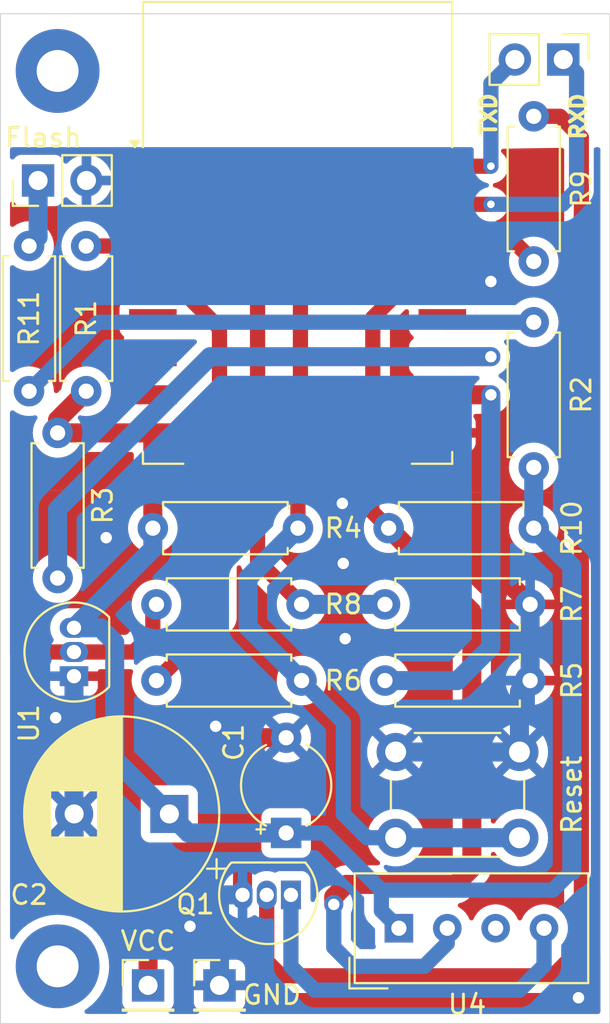
<source format=kicad_pcb>
(kicad_pcb (version 20240108) (generator "pcbnew") (generator_version "8.0")
  (title_block (title "ESP-12E battery powered temperature/humidity sensor V1") (date "2025-01-06"))
  (layers (0 "F.Cu" signal) (31 "B.Cu" signal) (34 "B.Paste" user) (35 "F.Paste" user) (36 "B.SilkS" user "B.Silkscreen") (37 "F.SilkS" user "F.Silkscreen") (38 "B.Mask" user) (39 "F.Mask" user) (44 "Edge.Cuts" user))
  (net 0 "")
  (net 1 "Net-(Q1-C)")
  (net 3 "Net-(U2-GPIO4)")
  (net 4 "Net-(U1-VO)")
  (net 5 "Net-(U2-EN)")
  (net 6 "Net-(U2-GPIO0)")
  (net 7 "Net-(U2-GPIO2)")
  (net 8 "Net-(U2-~{RST})")
  (net 9 "Net-(U2-GPIO15)")
  (net 10 "Net-(U2-GPIO16)")
  (net 11 "Net-(U2-ADC)")
  (net 12 "Net-(Q1-B)")
  (net 13 "Net-(U2-GPIO5)")
  (net 23 "GND")
  (net 24 "VCC")
  (net 25 "Net-(J1-Pin_1)")
  (net 26 "Net-(J6-Pin_1)")
  (net 27 "Net-(J6-Pin_2)")
  (footprint "Resistor_THT:R_Axial_DIN0207_L6.3mm_D2.5mm_P7.62mm_Horizontal" (layer "F.Cu") (at 151 98 180)
    (property "Reference" "R10" (at -2 0 90) (layer "F.SilkS"))
    (property "Value" "10k")
    (pad "1" thru_hole circle (at 0 0 180) (size 1.6 1.6) (drill 0.8) (layers "*.Cu" "*.Mask") (net 4 "Net-(U1-VO)"))
    (pad "2" thru_hole oval (at 7.62 0 180) (size 1.6 1.6) (drill 0.8) (layers "*.Cu" "*.Mask") (net 3 "Net-(U2-GPIO4)"))
  )
  (footprint "Capacitor_THT:CP_Radial_D10.0mm_P5.00mm" (layer "F.Cu") (at 131.867677 113 180)
    (property "Reference" "C2" (at 7.367677 -4.25 0) (layer "F.SilkS"))
    (property "Value" "1000uF")
    (pad "1" thru_hole rect (at 0 0 180) (size 2 2) (drill 1) (layers "*.Cu" "*.Mask") (net 4 "Net-(U1-VO)"))
    (pad "2" thru_hole circle (at 5 0 180) (size 2 2) (drill 1) (layers "*.Cu" "*.Mask") (net 23 "GND"))
  )
  (footprint "Package_TO_SOT_THT:TO-92_Inline" (layer "F.Cu") (at 126.86 105.77 90)
    (property "Reference" "U1" (at -2.48 -2.36 90) (layer "F.SilkS"))
    (property "Value" "MCP1700T-3302E TO")
    (pad "1" thru_hole rect (at 0 0 90) (size 1.05 1.5) (drill 0.75) (layers "*.Cu" "*.Mask") (net 23 "GND"))
    (pad "2" thru_hole oval (at 1.27 0 90) (size 1.05 1.5) (drill 0.75) (layers "*.Cu" "*.Mask") (net 24 "VCC"))
    (pad "3" thru_hole oval (at 2.54 0 90) (size 1.05 1.5) (drill 0.75) (layers "*.Cu" "*.Mask") (net 4 "Net-(U1-VO)"))
  )
  (footprint "Resistor_THT:R_Axial_DIN0207_L6.3mm_D2.5mm_P7.62mm_Horizontal" (layer "F.Cu") (at 151 94.81 90)
    (property "Reference" "R2" (at 3.81 2.5 90) (layer "F.SilkS"))
    (property "Value" "4k7")
    (pad "1" thru_hole circle (at 0 0 90) (size 1.6 1.6) (drill 0.8) (layers "*.Cu" "*.Mask") (net 4 "Net-(U1-VO)"))
    (pad "2" thru_hole oval (at 7.62 0 90) (size 1.6 1.6) (drill 0.8) (layers "*.Cu" "*.Mask") (net 6 "Net-(U2-GPIO0)"))
  )
  (footprint "Package_TO_SOT_THT:TO-92L_Inline" (layer "F.Cu") (at 138.25 117.25 180)
    (property "Reference" "Q1" (at 5.02 -0.5 0) (layer "F.SilkS"))
    (property "Value" "NPN C547C")
    (pad "1" thru_hole rect (at 0 0 180) (size 1.05 1.5) (drill 0.75) (layers "*.Cu" "*.Mask") (net 1 "Net-(Q1-C)"))
    (pad "2" thru_hole oval (at 1.27 0 180) (size 1.05 1.5) (drill 0.75) (layers "*.Cu" "*.Mask") (net 12 "Net-(Q1-B)"))
    (pad "3" thru_hole oval (at 2.54 0 180) (size 1.05 1.5) (drill 0.75) (layers "*.Cu" "*.Mask") (net 23 "GND"))
  )
  (footprint "Resistor_THT:R_Axial_DIN0207_L6.3mm_D2.5mm_P7.62mm_Horizontal" (layer "F.Cu") (at 143.19 106)
    (property "Reference" "R5" (at 9.81 0 90) (layer "F.SilkS"))
    (property "Value" "2k2")
    (pad "1" thru_hole circle (at 0 0) (size 1.6 1.6) (drill 0.8) (layers "*.Cu" "*.Mask") (net 9 "Net-(U2-GPIO15)"))
    (pad "2" thru_hole oval (at 7.62 0) (size 1.6 1.6) (drill 0.8) (layers "*.Cu" "*.Mask") (net 23 "GND"))
  )
  (footprint "Resistor_THT:R_Axial_DIN0207_L6.3mm_D2.5mm_P7.62mm_Horizontal" (layer "F.Cu") (at 131.19 102)
    (property "Reference" "R8" (at 9.81 0 0) (layer "F.SilkS"))
    (property "Value" "220k")
    (pad "1" thru_hole circle (at 0 0) (size 1.6 1.6) (drill 0.8) (layers "*.Cu" "*.Mask") (net 24 "VCC"))
    (pad "2" thru_hole oval (at 7.62 0) (size 1.6 1.6) (drill 0.8) (layers "*.Cu" "*.Mask") (net 11 "Net-(U2-ADC)"))
  )
  (footprint "MountingHole:MountingHole_2.2mm_M2_Pad" (layer "F.Cu") (at 126 74)
    (property "Reference" "REF**" (hide yes))
    (property "Value" "MountingHole_2.2mm_M2_Pad")
    (pad "1" thru_hole circle (at 0 0) (size 4.4 4.4) (drill 2.2) (layers "*.Cu" "*.Mask"))
  )
  (footprint "Resistor_THT:R_Axial_DIN0207_L6.3mm_D2.5mm_P7.62mm_Horizontal" (layer "F.Cu") (at 143.19 102)
    (property "Reference" "R7" (at 9.81 0 90) (layer "F.SilkS"))
    (property "Value" "68k")
    (pad "1" thru_hole circle (at 0 0) (size 1.6 1.6) (drill 0.8) (layers "*.Cu" "*.Mask") (net 11 "Net-(U2-ADC)"))
    (pad "2" thru_hole oval (at 7.62 0) (size 1.6 1.6) (drill 0.8) (layers "*.Cu" "*.Mask") (net 23 "GND"))
  )
  (footprint "Capacitor_THT:CP_Radial_Tantal_D4.5mm_P5.00mm" (layer "F.Cu") (at 138 114 90)
    (property "Reference" "C1" (at 4.75 -2.75 90) (layer "F.SilkS"))
    (property "Value" "100n")
    (pad "1" thru_hole rect (at 0 0 90) (size 1.6 1.6) (drill 0.8) (layers "*.Cu" "*.Mask") (net 4 "Net-(U1-VO)"))
    (pad "2" thru_hole circle (at 5 0 90) (size 1.6 1.6) (drill 0.8) (layers "*.Cu" "*.Mask") (net 23 "GND"))
  )
  (footprint "Resistor_THT:R_Axial_DIN0207_L6.3mm_D2.5mm_P7.62mm_Horizontal" (layer "F.Cu") (at 126 93 -90)
    (property "Reference" "R3" (at 3.81 -2.37 90) (layer "F.SilkS"))
    (property "Value" "4k7")
    (pad "1" thru_hole circle (at 0 0 270) (size 1.6 1.6) (drill 0.8) (layers "*.Cu" "*.Mask") (net 4 "Net-(U1-VO)"))
    (pad "2" thru_hole oval (at 7.62 0 270) (size 1.6 1.6) (drill 0.8) (layers "*.Cu" "*.Mask") (net 7 "Net-(U2-GPIO2)"))
  )
  (footprint "Resistor_THT:R_Axial_DIN0207_L6.3mm_D2.5mm_P7.62mm_Horizontal" (layer "F.Cu") (at 138.81 106 180)
    (property "Reference" "R6" (at -2.19 0 0) (layer "F.SilkS"))
    (property "Value" "150R")
    (pad "1" thru_hole circle (at 0 0 180) (size 1.6 1.6) (drill 0.8) (layers "*.Cu" "*.Mask") (net 8 "Net-(U2-~{RST})"))
    (pad "2" thru_hole oval (at 7.62 0 180) (size 1.6 1.6) (drill 0.8) (layers "*.Cu" "*.Mask") (net 10 "Net-(U2-GPIO16)"))
  )
  (footprint "Resistor_THT:R_Axial_DIN0207_L6.3mm_D2.5mm_P7.62mm_Horizontal" (layer "F.Cu") (at 127.5 90.81 90)
    (property "Reference" "R1" (at 3.81 0 90) (layer "F.SilkS"))
    (property "Value" "10k")
    (pad "1" thru_hole circle (at 0 0 90) (size 1.6 1.6) (drill 0.8) (layers "*.Cu" "*.Mask") (net 4 "Net-(U1-VO)"))
    (pad "2" thru_hole oval (at 7.62 0 90) (size 1.6 1.6) (drill 0.8) (layers "*.Cu" "*.Mask") (net 5 "Net-(U2-EN)"))
  )
  (footprint "Button_Switch_THT:SW_PUSH_6mm_H4.3mm" (layer "F.Cu") (at 143.75 109.75)
    (property "Reference" "Reset" (at 9.25 2.25 90) (layer "F.SilkS"))
    (property "Value" "Reset")
    (pad "1" thru_hole circle (at 0 0 90) (size 2 2) (drill 1.1) (layers "*.Cu" "*.Mask") (net 23 "GND"))
    (pad "1" thru_hole circle (at 6.5 0 90) (size 2 2) (drill 1.1) (layers "*.Cu" "*.Mask") (net 23 "GND"))
    (pad "2" thru_hole circle (at 0 4.5 90) (size 2 2) (drill 1.1) (layers "*.Cu" "*.Mask") (net 8 "Net-(U2-~{RST})"))
    (pad "2" thru_hole circle (at 6.5 4.5 90) (size 2 2) (drill 1.1) (layers "*.Cu" "*.Mask") (net 8 "Net-(U2-~{RST})"))
  )
  (footprint "Connector_PinHeader_2.54mm:PinHeader_1x02_P2.54mm_Vertical" (layer "F.Cu") (at 124.975 79.75 90)
    (property "Reference" "Flash" (at 2.25 0.275 0) (layer "F.SilkS"))
    (property "Value" "Close for Flash")
    (pad "1" thru_hole rect (at 0 0 90) (size 1.7 1.7) (drill 1) (layers "*.Cu" "*.Mask") (net 25 "Net-(J1-Pin_1)"))
    (pad "2" thru_hole oval (at 0 2.54 90) (size 1.7 1.7) (drill 1) (layers "*.Cu" "*.Mask") (net 23 "GND"))
  )
  (footprint "Resistor_THT:R_Axial_DIN0207_L6.3mm_D2.5mm_P7.62mm_Horizontal" (layer "F.Cu") (at 131 98)
    (property "Reference" "R4" (at 10 0 0) (layer "F.SilkS"))
    (property "Value" "4k7")
    (pad "1" thru_hole circle (at 0 0) (size 1.6 1.6) (drill 0.8) (layers "*.Cu" "*.Mask") (net 4 "Net-(U1-VO)"))
    (pad "2" thru_hole oval (at 7.62 0) (size 1.6 1.6) (drill 0.8) (layers "*.Cu" "*.Mask") (net 8 "Net-(U2-~{RST})"))
  )
  (footprint "Connector_PinHeader_2.54mm:PinHeader_1x01_P2.54mm_Vertical" (layer "F.Cu") (at 134.5 122)
    (property "Reference" "GND" (at 2.75 0.5 0) (layer "F.SilkS"))
    (property "Value" "GND")
    (pad "1" thru_hole rect (at 0 0) (size 1.7 1.7) (drill 1) (layers "*.Cu" "*.Mask") (net 23 "GND"))
  )
  (footprint "Sensor:Aosong_DHT11_5.5x12.0_P2.54mm" (layer "F.Cu") (at 143.92 119 90)
    (property "Reference" "U4" (at -4 3.58 0) (layer "F.SilkS"))
    (property "Value" "DHT11")
    (pad "1" thru_hole rect (at 0 0 90) (size 1.5 1.5) (drill 0.8) (layers "*.Cu" "*.Mask") (net 4 "Net-(U1-VO)"))
    (pad "2" thru_hole circle (at 0 2.54 90) (size 1.5 1.5) (drill 0.8) (layers "*.Cu" "*.Mask") (net 3 "Net-(U2-GPIO4)"))
    (pad "3" thru_hole circle (at 0 5.08 90) (size 1.5 1.5) (drill 0.8) (layers "*.Cu" "*.Mask"))
    (pad "4" thru_hole circle (at 0 7.62 90) (size 1.5 1.5) (drill 0.8) (layers "*.Cu" "*.Mask") (net 1 "Net-(Q1-C)"))
  )
  (footprint "MountingHole:MountingHole_2.2mm_M2_Pad" (layer "F.Cu") (at 126 121)
    (property "Reference" "REF**" (hide yes))
    (property "Value" "MountingHole_2.2mm_M2_Pad")
    (pad "1" thru_hole circle (at 0 0) (size 4.4 4.4) (drill 2.2) (layers "*.Cu" "*.Mask"))
  )
  (footprint "RF_Module:ESP-12E" (layer "F.Cu") (at 138.6 82.5)
    (property "Reference" "U2" (hide yes))
    (property "Value" "ESP-12E")
    (pad "1" smd rect (at -7.6 -3.5) (size 2.5 1) (layers "F.Cu" "F.Paste" "F.Mask") (net 8 "Net-(U2-~{RST})"))
    (pad "2" smd rect (at -7.6 -1.5) (size 2.5 1) (layers "F.Cu" "F.Paste" "F.Mask") (net 11 "Net-(U2-ADC)"))
    (pad "3" smd rect (at -7.6 0.5) (size 2.5 1) (layers "F.Cu" "F.Paste" "F.Mask") (net 5 "Net-(U2-EN)"))
    (pad "4" smd rect (at -7.6 2.5) (size 2.5 1) (layers "F.Cu" "F.Paste" "F.Mask") (net 10 "Net-(U2-GPIO16)"))
    (pad "5" smd rect (at -7.6 4.5) (size 2.5 1) (layers "F.Cu" "F.Paste" "F.Mask"))
    (pad "6" smd rect (at -7.6 6.5) (size 2.5 1) (layers "F.Cu" "F.Paste" "F.Mask"))
    (pad "7" smd rect (at -7.6 8.5) (size 2.5 1) (layers "F.Cu" "F.Paste" "F.Mask"))
    (pad "8" smd rect (at -7.6 10.5) (size 2.5 1) (layers "F.Cu" "F.Paste" "F.Mask") (net 4 "Net-(U1-VO)"))
    (pad "9" smd rect (at -5 12) (size 1 1.8) (layers "F.Cu" "F.Paste" "F.Mask"))
    (pad "10" smd rect (at -3 12) (size 1 1.8) (layers "F.Cu" "F.Paste" "F.Mask"))
    (pad "11" smd rect (at -1 12) (size 1 1.8) (layers "F.Cu" "F.Paste" "F.Mask"))
    (pad "12" smd rect (at 1 12) (size 1 1.8) (layers "F.Cu" "F.Paste" "F.Mask"))
    (pad "13" smd rect (at 3 12) (size 1 1.8) (layers "F.Cu" "F.Paste" "F.Mask"))
    (pad "14" smd rect (at 5 12) (size 1 1.8) (layers "F.Cu" "F.Paste" "F.Mask"))
    (pad "15" smd rect (at 7.6 10.5) (size 2.5 1) (layers "F.Cu" "F.Paste" "F.Mask") (net 23 "GND"))
    (pad "16" smd rect (at 7.6 8.5) (size 2.5 1) (layers "F.Cu" "F.Paste" "F.Mask") (net 9 "Net-(U2-GPIO15)"))
    (pad "17" smd rect (at 7.6 6.5) (size 2.5 1) (layers "F.Cu" "F.Paste" "F.Mask") (net 7 "Net-(U2-GPIO2)"))
    (pad "18" smd rect (at 7.6 4.5) (size 2.5 1) (layers "F.Cu" "F.Paste" "F.Mask") (net 6 "Net-(U2-GPIO0)"))
    (pad "19" smd rect (at 7.6 2.5) (size 2.5 1) (layers "F.Cu" "F.Paste" "F.Mask") (net 3 "Net-(U2-GPIO4)"))
    (pad "20" smd rect (at 7.6 0.5) (size 2.5 1) (layers "F.Cu" "F.Paste" "F.Mask") (net 13 "Net-(U2-GPIO5)"))
    (pad "21" smd rect (at 7.6 -1.5) (size 2.5 1) (layers "F.Cu" "F.Paste" "F.Mask") (net 26 "Net-(J6-Pin_1)"))
    (pad "22" smd rect (at 7.6 -3.5) (size 2.5 1) (layers "F.Cu" "F.Paste" "F.Mask") (net 27 "Net-(J6-Pin_2)"))
    (zone (net 0) (net_name "") (layers "*.Cu") (connect_pads (clearance 0)) (min_thickness 0.254)
      (keepout (tracks not_allowed) (vias not_allowed) (pads not_allowed) (copperpour not_allowed) (footprints not_allowed))
      (fill (thermal_gap 0.508) (thermal_bridge_width 0.508))
      (polygon (pts (xy 130.48 77.7) (xy 146.72 77.7) (xy 146.72 70.38) (xy 130.48 70.38)))
    )
  )
  (footprint "Resistor_THT:R_Axial_DIN0207_L6.3mm_D2.5mm_P7.62mm_Horizontal" (layer "F.Cu") (at 151 84 90)
    (property "Reference" "R9" (at 3.81 2.5 90) (layer "F.SilkS"))
    (property "Value" "10k")
    (pad "1" thru_hole circle (at 0 0 90) (size 1.6 1.6) (drill 0.8) (layers "*.Cu" "*.Mask") (net 13 "Net-(U2-GPIO5)"))
    (pad "2" thru_hole oval (at 7.62 0 90) (size 1.6 1.6) (drill 0.8) (layers "*.Cu" "*.Mask") (net 12 "Net-(Q1-B)"))
  )
  (footprint "Connector_PinHeader_2.54mm:PinHeader_1x02_P2.54mm_Vertical" (layer "F.Cu") (at 152.55 73.4 -90)
    (property "Reference" "J6" (hide yes))
    (property "Value" "TXD RXD")
    (pad "1" thru_hole rect (at 0 0 270) (size 1.7 1.7) (drill 1) (layers "*.Cu" "*.Mask") (net 26 "Net-(J6-Pin_1)"))
    (pad "2" thru_hole oval (at 0 2.54 270) (size 1.7 1.7) (drill 1) (layers "*.Cu" "*.Mask") (net 27 "Net-(J6-Pin_2)"))
  )
  (footprint "Resistor_THT:R_Axial_DIN0207_L6.3mm_D2.5mm_P7.62mm_Horizontal" (layer "F.Cu") (at 124.5 90.81 90)
    (property "Reference" "R11" (at 3.81 0 90) (layer "F.SilkS"))
    (property "Value" "120R")
    (pad "1" thru_hole circle (at 0 0 90) (size 1.6 1.6) (drill 0.8) (layers "*.Cu" "*.Mask") (net 6 "Net-(U2-GPIO0)"))
    (pad "2" thru_hole oval (at 7.62 0 90) (size 1.6 1.6) (drill 0.8) (layers "*.Cu" "*.Mask") (net 25 "Net-(J1-Pin_1)"))
  )
  (footprint "Connector_PinHeader_2.54mm:PinHeader_1x01_P2.54mm_Vertical" (layer "F.Cu") (at 130.75 122)
    (property "Reference" "VCC" (at 0 -2.33 0) (layer "F.SilkS"))
    (property "Value" "VCC")
    (pad "1" thru_hole rect (at 0 0) (size 1.7 1.7) (drill 1) (layers "*.Cu" "*.Mask") (net 24 "VCC"))
  )
  (gr_rect (start 123 71) (end 155 124) (stroke (width 0.05)) (fill none) (layer "Edge.Cuts"))
  (gr_text "TXD" (at 149.1 77.5 90) (layer "F.SilkS") (effects (font (size 0.8 0.8) (thickness 0.2) (bold yes)) (justify left bottom)))
  (gr_text "RXD" (at 153.8 77.7 90) (layer "F.SilkS") (effects (font (size 0.8 0.8) (thickness 0.2) (bold yes)) (justify left bottom)))
  (segment (start 138.25 121) (end 138.25 117.25) (width 0.8) (layer "B.Cu") (net 1))
  (segment (start 151.54 119) (end 151.54 120.96) (width 0.8) (layer "B.Cu") (net 1))
  (segment (start 139.5 122.25) (end 138.25 121) (width 0.8) (layer "B.Cu") (net 1))
  (segment (start 150.25 122.25) (end 139.5 122.25) (width 0.8) (layer "B.Cu") (net 1))
  (segment (start 151.54 120.96) (end 150.25 122.25) (width 0.8) (layer "B.Cu") (net 1))
  (segment (start 140.5 117.75) (end 140.5 117.35) (width 1) (layer "F.Cu") (net 3))
  (segment (start 142.5 97.12) (end 142.5 96.25) (width 0.8) (layer "F.Cu") (net 3))
  (segment (start 146.5 118.96) (end 146.46 119) (width 0.6) (layer "F.Cu") (net 3))
  (segment (start 144.5 85) (end 145.45 85) (width 0.8) (layer "F.Cu") (net 3))
  (segment (start 147.75 102.37) (end 143.38 98) (width 1) (layer "F.Cu") (net 3))
  (segment (start 142.55 86.95) (end 144.5 85) (width 0.8) (layer "F.Cu") (net 3))
  (segment (start 146.895836 116.7) (end 147.75 115.845836) (width 1) (layer "F.Cu") (net 3))
  (segment (start 142.55 92.35) (end 142.55 86.95) (width 0.8) (layer "F.Cu") (net 3))
  (segment (start 143.38 98) (end 142.5 97.12) (width 0.8) (layer "F.Cu") (net 3))
  (segment (start 142.6 92.7) (end 142.6 96.15) (width 0.3) (layer "F.Cu") (net 3))
  (segment (start 141.15 116.7) (end 146.895836 116.7) (width 1) (layer "F.Cu") (net 3))
  (segment (start 142.6 96.15) (end 142.5 96.25) (width 0.3) (layer "F.Cu") (net 3))
  (segment (start 147.75 115.845836) (end 147.75 102.37) (width 1) (layer "F.Cu") (net 3))
  (segment (start 140.5 117.35) (end 141.15 116.7) (width 1) (layer "F.Cu") (net 3))
  (segment (start 145.45 85) (end 146.2 85) (width 0.2) (layer "F.Cu") (net 3))
  (via (at 140.5 117.75) (size 1) (drill 0.6) (layers "F.Cu" "B.Cu") (net 3))
  (segment (start 140.5 117.75) (end 140.5 120) (width 0.8) (layer "B.Cu") (net 3))
  (segment (start 145.25 121) (end 146.46 119.79) (width 0.8) (layer "B.Cu") (net 3))
  (segment (start 140.5 120) (end 141.5 121) (width 0.8) (layer "B.Cu") (net 3))
  (segment (start 141.5 121) (end 145.25 121) (width 0.8) (layer "B.Cu") (net 3))
  (segment (start 146.46 119.79) (end 146.46 119) (width 0.8) (layer "B.Cu") (net 3))
  (segment (start 131 98) (end 131 93) (width 1) (layer "F.Cu") (net 4))
  (segment (start 126 93) (end 131 93) (width 1) (layer "F.Cu") (net 4))
  (segment (start 126 92.31) (end 126 93) (width 1) (layer "F.Cu") (net 4))
  (segment (start 127.5 90.81) (end 126 92.31) (width 1) (layer "F.Cu") (net 4))
  (segment (start 151 94.81) (end 151 98) (width 1) (layer "B.Cu") (net 4))
  (segment (start 131.867677 113) (end 129 110.132323) (width 1) (layer "B.Cu") (net 4))
  (segment (start 140 114) (end 143 117) (width 0.8) (layer "B.Cu") (net 4))
  (segment (start 143 117) (end 143 118.08) (width 0.8) (layer "B.Cu") (net 4))
  (segment (start 153 100) (end 153 116) (width 1) (layer "B.Cu") (net 4))
  (segment (start 129 104) (end 128.5 103.5) (width 1) (layer "B.Cu") (net 4))
  (segment (start 138 114) (end 140 114) (width 0.8) (layer "B.Cu") (net 4))
  (segment (start 132.867677 114) (end 131.867677 113) (width 1) (layer "B.Cu") (net 4))
  (segment (start 152 117) (end 153 116) (width 0.8) (layer "B.Cu") (net 4))
  (segment (start 138 114) (end 132.867677 114) (width 1) (layer "B.Cu") (net 4))
  (segment (start 128.27 103.23) (end 126.86 103.23) (width 1) (layer "B.Cu") (net 4))
  (segment (start 131 99.09) (end 126.86 103.23) (width 1) (layer "B.Cu") (net 4))
  (segment (start 143 117) (end 152 117) (width 0.8) (layer "B.Cu") (net 4))
  (segment (start 131 98) (end 131 99.09) (width 1) (layer "B.Cu") (net 4))
  (segment (start 143 118.08) (end 143.92 119) (width 0.8) (layer "B.Cu") (net 4))
  (segment (start 129 110.132323) (end 129 104) (width 1) (layer "B.Cu") (net 4))
  (segment (start 151 98) (end 153 100) (width 1) (layer "B.Cu") (net 4))
  (segment (start 128.5 103.46) (end 128.27 103.23) (width 0.8) (layer "B.Cu") (net 4))
  (segment (start 127.5 83.19) (end 130.81 83.19) (width 0.8) (layer "F.Cu") (net 5))
  (segment (start 130.81 83.19) (end 131 83) (width 0.2) (layer "F.Cu") (net 5))
  (segment (start 146.39 87.19) (end 146.2 87) (width 0.2) (layer "F.Cu") (net 6))
  (segment (start 151 87.19) (end 146.39 87.19) (width 0.8) (layer "F.Cu") (net 6))
  (segment (start 128.12 87.19) (end 124.5 90.81) (width 0.8) (layer "B.Cu") (net 6))
  (segment (start 151 87.19) (end 128.12 87.19) (width 0.8) (layer "B.Cu") (net 6))
  (segment (start 148.75 89) (end 146.2 89) (width 1) (layer "F.Cu") (net 7))
  (via (at 148.75 89) (size 1) (drill 0.6) (layers "F.Cu" "B.Cu") (net 7))
  (segment (start 134 89) (end 148.75 89) (width 1) (layer "B.Cu") (net 7))
  (segment (start 126 100.62) (end 126 97) (width 1) (layer "B.Cu") (net 7))
  (segment (start 126 97) (end 134 89) (width 1) (layer "B.Cu") (net 7))
  (segment (start 131.75 79) (end 131 79) (width 0.2) (layer "F.Cu") (net 8))
  (segment (start 136.25 82.5) (end 138.62 84.87) (width 0.8) (layer "F.Cu") (net 8))
  (segment (start 136.25 82.5) (end 132.75 79) (width 0.8) (layer "F.Cu") (net 8))
  (segment (start 138.62 96.5) (end 138.62 92.63) (width 0.3) (layer "F.Cu") (net 8))
  (segment (start 132.75 79) (end 131 79) (width 0.8) (layer "F.Cu") (net 8))
  (segment (start 138.75 85) (end 138.75 92.5) (width 0.8) (layer "F.Cu") (net 8))
  (segment (start 138.62 84.87) (end 138.75 85) (width 0.3) (layer "F.Cu") (net 8))
  (segment (start 138.62 98) (end 138.62 96.5) (width 0.8) (layer "F.Cu") (net 8))
  (segment (start 136 100.62) (end 138.62 98) (width 1) (layer "B.Cu") (net 8))
  (segment (start 138.81 106) (end 141 108.19) (width 0.8) (layer "B.Cu") (net 8))
  (segment (start 141 108.19) (end 141 113) (width 0.8) (layer "B.Cu") (net 8))
  (segment (start 150.25 114.25) (end 143.75 114.25) (width 1) (layer "B.Cu") (net 8))
  (segment (start 138.75 97.87) (end 138.62 98) (width 1) (layer "B.Cu") (net 8))
  (segment (start 142.25 114.25) (end 143.75 114.25) (width 0.8) (layer "B.Cu") (net 8))
  (segment (start 138.81 106) (end 136 103.19) (width 1) (layer "B.Cu") (net 8))
  (segment (start 136 103.19) (end 136 100.62) (width 1) (layer "B.Cu") (net 8))
  (segment (start 141 113) (end 142.25 114.25) (width 0.8) (layer "B.Cu") (net 8))
  (segment (start 148.75 91) (end 146.2 91) (width 1) (layer "F.Cu") (net 9))
  (via (at 148.75 91) (size 1) (drill 0.6) (layers "F.Cu" "B.Cu") (net 9))
  (segment (start 148.75 91) (end 148.75 104.25) (width 1) (layer "B.Cu") (net 9))
  (segment (start 148.75 104.25) (end 147 106) (width 1) (layer "B.Cu") (net 9))
  (segment (start 147 106) (end 143.19 106) (width 1) (layer "B.Cu") (net 9))
  (segment (start 132 85) (end 131 85) (width 0.3) (layer "F.Cu") (net 10))
  (segment (start 134.6 96.4) (end 134.5 96.5) (width 0.3) (layer "F.Cu") (net 10))
  (segment (start 134.5 96.5) (end 134.5 102.69) (width 0.8) (layer "F.Cu") (net 10))
  (segment (start 134.5 92.5) (end 134.5 87.5) (width 0.8) (layer "F.Cu") (net 10))
  (segment (start 134.6 92.6) (end 134.6 96.4) (width 0.3) (layer "F.Cu") (net 10))
  (segment (start 134.5 102.69) (end 134.4 102.79) (width 0.3) (layer "F.Cu") (net 10))
  (segment (start 134.5 87.5) (end 132 85) (width 0.8) (layer "F.Cu") (net 10))
  (segment (start 134.4 102.79) (end 131.19 106) (width 0.8) (layer "F.Cu") (net 10))
  (segment (start 136.5 85.75) (end 131.75 81) (width 0.8) (layer "F.Cu") (net 11))
  (segment (start 136.6 96.4) (end 136.5 96.5) (width 0.3) (layer "F.Cu") (net 11))
  (segment (start 136.5 85.75) (end 136.5 92.5) (width 0.8) (layer "F.Cu") (net 11))
  (segment (start 131.75 81) (end 131 81) (width 0.8) (layer "F.Cu") (net 11))
  (segment (start 136.56 99.75) (end 136.5 99.75) (width 0.3) (layer "F.Cu") (net 11))
  (segment (start 136.5 99.75) (end 136.5 96.5) (width 0.8) (layer "F.Cu") (net 11))
  (segment (start 136.6 92.6) (end 136.6 96.4) (width 0.3) (layer "F.Cu") (net 11))
  (segment (start 138.81 102) (end 136.56 99.75) (width 0.8) (layer "F.Cu") (net 11))
  (segment (start 138.81 102) (end 143.19 102) (width 1) (layer "B.Cu") (net 11))
  (segment (start 152.38 76.38) (end 151 76.38) (width 0.8) (layer "F.Cu") (net 12))
  (segment (start 152 121.5) (end 153.5 120) (width 0.8) (layer "F.Cu") (net 12))
  (segment (start 153.5 77.5) (end 152.38 76.38) (width 0.8) (layer "F.Cu") (net 12))
  (segment (start 136.98 120.73) (end 137.75 121.5) (width 0.8) (layer "F.Cu") (net 12))
  (segment (start 136.98 117.25) (end 136.98 120.73) (width 0.8) (layer "F.Cu") (net 12))
  (segment (start 137.75 121.5) (end 152 121.5) (width 0.8) (layer "F.Cu") (net 12))
  (segment (start 153.5 120) (end 153.5 77.5) (width 0.8) (layer "F.Cu") (net 12))
  (segment (start 150 83) (end 146.2 83) (width 0.8) (layer "F.Cu") (net 13))
  (segment (start 151 84) (end 150 83) (width 0.8) (layer "F.Cu") (net 13))
  (segment (start 136.75 109) (end 135.71 110.04) (width 1) (layer "F.Cu") (net 23))
  (segment (start 126.867677 105.777677) (end 126.86 105.77) (width 1) (layer "F.Cu") (net 23))
  (segment (start 150.81 102) (end 146.2 97.39) (width 1) (layer "F.Cu") (net 23))
  (segment (start 146.2 97.39) (end 146.2 93) (width 1) (layer "F.Cu") (net 23))
  (segment (start 138 109) (end 136.75 109) (width 1) (layer "F.Cu") (net 23))
  (segment (start 135.71 110.04) (end 135.71 117.25) (width 1) (layer "F.Cu") (net 23))
  (segment (start 150.25 106.56) (end 150.81 106) (width 0.2) (layer "F.Cu") (net 23))
  (via (at 153.35 122.65) (size 1) (drill 0.6) (layers "F.Cu" "B.Cu") (net 23))
  (via (at 125.9 107.95) (size 1) (drill 0.6) (layers "F.Cu" "B.Cu") (net 23))
  (via (at 141.1 103.8) (size 1) (drill 0.6) (layers "F.Cu" "B.Cu") (net 23))
  (via (at 128.55 98.5) (size 1) (drill 0.6) (layers "F.Cu" "B.Cu") (net 23))
  (via (at 140.95 96.7) (size 1) (drill 0.6) (layers "F.Cu" "B.Cu") (net 23))
  (via (at 132.95 118.9) (size 1) (drill 0.6) (layers "F.Cu" "B.Cu") (net 23))
  (via (at 134.3 108.4) (size 1) (drill 0.6) (layers "F.Cu" "B.Cu") (net 23))
  (via (at 148.75 85.05) (size 1) (drill 0.6) (layers "F.Cu" "B.Cu") (net 23))
  (via (at 141 99.85) (size 1) (drill 0.6) (layers "F.Cu" "B.Cu") (net 23))
  (segment (start 126.86 112.992323) (end 126.867677 113) (width 0.2) (layer "B.Cu") (net 23))
  (segment (start 150.81 106) (end 150.81 102) (width 1) (layer "B.Cu") (net 23))
  (segment (start 129.117677 117.25) (end 134.5 117.25) (width 1) (layer "B.Cu") (net 23))
  (segment (start 150.25 109.75) (end 150.25 106.56) (width 1) (layer "B.Cu") (net 23))
  (segment (start 143.75 109.75) (end 150.25 109.75) (width 1) (layer "B.Cu") (net 23))
  (segment (start 126.867677 113) (end 126.867677 115) (width 1) (layer "B.Cu") (net 23))
  (segment (start 134.5 117.25) (end 135.71 117.25) (width 1) (layer "B.Cu") (net 23))
  (segment (start 134.5 122) (end 134.5 117.25) (width 1) (layer "B.Cu") (net 23))
  (segment (start 126.86 105.77) (end 126.86 112.992323) (width 1) (layer "B.Cu") (net 23))
  (segment (start 126.867677 115) (end 129.117677 117.25) (width 1) (layer "B.Cu") (net 23))
  (segment (start 130.75 118) (end 130.75 122) (width 1) (layer "F.Cu") (net 24))
  (segment (start 131 102.19) (end 131 103.5) (width 0.8) (layer "F.Cu") (net 24))
  (segment (start 129 104.5) (end 126.86 104.5) (width 0.8) (layer "F.Cu") (net 24))
  (segment (start 130 104.5) (end 129 104.5) (width 0.8) (layer "F.Cu") (net 24))
  (segment (start 126.86 104.5) (end 125.31 104.5) (width 0.8) (layer "F.Cu") (net 24))
  (segment (start 124.5 115.35) (end 126.25 117.1) (width 1) (layer "F.Cu") (net 24))
  (segment (start 129.85 117.1) (end 130.75 118) (width 1) (layer "F.Cu") (net 24))
  (segment (start 124.5 105.31) (end 124.5 115.35) (width 1) (layer "F.Cu") (net 24))
  (segment (start 131 103.5) (end 130 104.5) (width 0.8) (layer "F.Cu") (net 24))
  (segment (start 126.25 117.1) (end 129.85 117.1) (width 1) (layer "F.Cu") (net 24))
  (segment (start 125.31 104.5) (end 124.5 105.31) (width 0.8) (layer "F.Cu") (net 24))
  (segment (start 131.19 102) (end 131 102.19) (width 0.8) (layer "B.Cu") (net 24))
  (segment (start 124.975 79.75) (end 124.975 82.715) (width 1) (layer "B.Cu") (net 25))
  (segment (start 124.975 82.715) (end 124.5 83.19) (width 1) (layer "B.Cu") (net 25))
  (segment (start 148.75 81) (end 146.2 81) (width 0.8) (layer "F.Cu") (net 26))
  (via (at 148.75 81) (size 0.8) (drill 0.4) (layers "F.Cu" "B.Cu") (net 26))
  (segment (start 152.5 81) (end 148.75 81) (width 0.8) (layer "B.Cu") (net 26))
  (segment (start 152.55 73.4) (end 153.25 74.1) (width 0.8) (layer "B.Cu") (net 26))
  (segment (start 153.25 80.25) (end 152.5 81) (width 0.8) (layer "B.Cu") (net 26))
  (segment (start 153.25 74.1) (end 153.25 80.25) (width 0.8) (layer "B.Cu") (net 26))
  (segment (start 148.75 79) (end 146.2 79) (width 0.8) (layer "F.Cu") (net 27))
  (via (at 148.75 79) (size 0.8) (drill 0.4) (layers "F.Cu" "B.Cu") (net 27))
  (segment (start 150.01 73.4) (end 149.6 73.4) (width 0.2) (layer "B.Cu") (net 27))
  (segment (start 149.6 73.4) (end 149.25 73.75) (width 0.2) (layer "B.Cu") (net 27))
  (segment (start 148.75 74.66) (end 148.75 79) (width 0.8) (layer "B.Cu") (net 27))
  (segment (start 150.01 73.4) (end 148.75 74.66) (width 0.8) (layer "B.Cu") (net 27))
  (zone (net 23) (net_name "GND") (layer "F.Cu") (priority 1) (connect_pads (clearance 0.5)) (min_thickness 0.25) (fill yes (thermal_gap 0.5) (thermal_bridge_width 0.5))
    (polygon (pts (xy 123.4 101.8) (xy 123.5 123.7) (xy 154.55 123.7) (xy 154.6 96.15) (xy 123.35 96) (xy 123.4 103.35)))
  )
  (zone (net 23) (net_name "GND") (layer "F.Cu") (priority 2) (connect_pads (clearance 0.5)) (min_thickness 0.25) (fill yes (thermal_gap 0.5) (thermal_bridge_width 0.5))
    (polygon (pts (xy 129.65 78.05) (xy 148.05 78.1) (xy 154.7 78) (xy 154.6 96.15) (xy 123.35 96) (xy 123.35 78) (xy 129.8 78.05)))
  )
  (zone (net 23) (net_name "GND") (layer "B.Cu") (connect_pads (clearance 0.5)) (min_thickness 0.25) (fill yes (thermal_gap 0.5) (thermal_bridge_width 0.5))
    (polygon (pts (xy 123.2 78) (xy 123.2 123.8) (xy 154.8 123.8) (xy 154.8 78)))
  )
)
</source>
